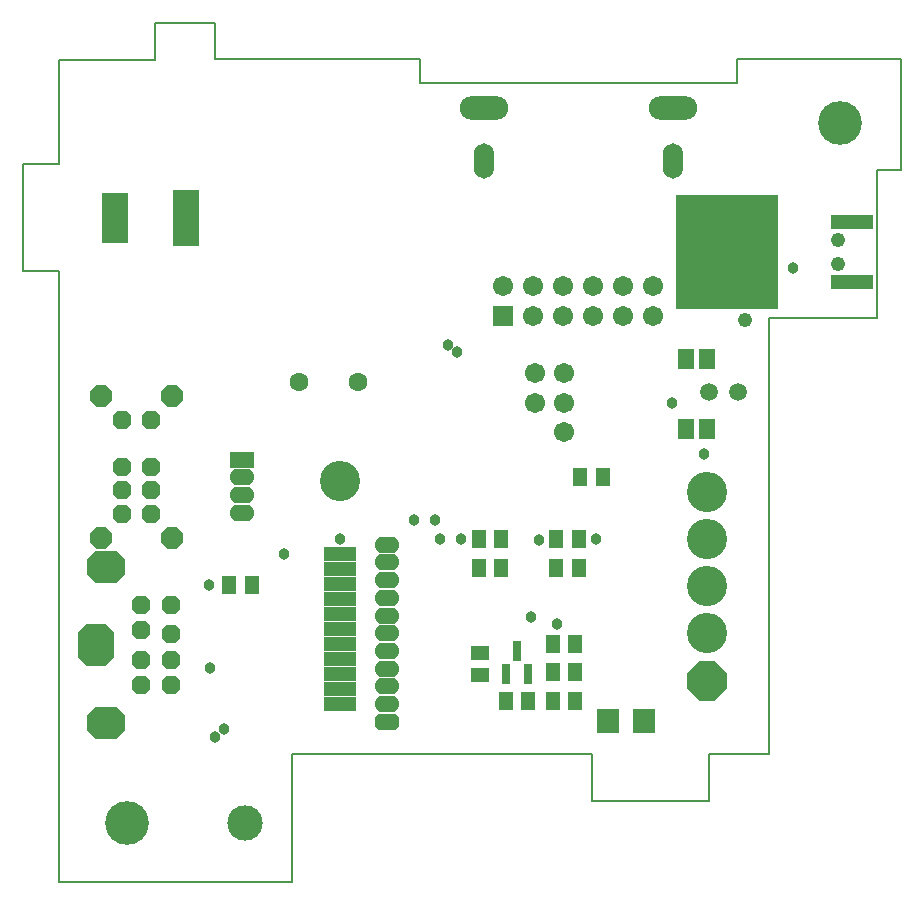
<source format=gbs>
G04*
G04 #@! TF.GenerationSoftware,Altium Limited,Altium Designer,20.2.4 (192)*
G04*
G04 Layer_Color=16711935*
%FSLAX25Y25*%
%MOIN*%
G70*
G04*
G04 #@! TF.SameCoordinates,2C05E507-4EA5-4E47-A472-78439CCED8C8*
G04*
G04*
G04 #@! TF.FilePolarity,Negative*
G04*
G01*
G75*
%ADD10C,0.00787*%
%ADD22O,0.06706X0.11824*%
%ADD23O,0.16154X0.07887*%
%ADD24O,0.08280X0.05524*%
G04:AMPARAMS|DCode=25|XSize=55.24mil|YSize=82.8mil|CornerRadius=0mil|HoleSize=0mil|Usage=FLASHONLY|Rotation=90.000|XOffset=0mil|YOffset=0mil|HoleType=Round|Shape=Octagon|*
%AMOCTAGOND25*
4,1,8,-0.04140,-0.01381,-0.04140,0.01381,-0.02759,0.02762,0.02759,0.02762,0.04140,0.01381,0.04140,-0.01381,0.02759,-0.02762,-0.02759,-0.02762,-0.04140,-0.01381,0.0*
%
%ADD25OCTAGOND25*%

%ADD26C,0.06312*%
%ADD27C,0.05918*%
%ADD28C,0.13398*%
%ADD29R,0.08674X0.16548*%
%ADD30R,0.08674X0.18517*%
%ADD31P,0.14076X8X112.5*%
%ADD32R,0.08280X0.05524*%
%ADD33P,0.06832X8X112.5*%
G04:AMPARAMS|DCode=34|XSize=106.42mil|YSize=126.11mil|CornerRadius=0mil|HoleSize=0mil|Usage=FLASHONLY|Rotation=270.000|XOffset=0mil|YOffset=0mil|HoleType=Round|Shape=Octagon|*
%AMOCTAGOND34*
4,1,8,0.06306,0.02661,0.06306,-0.02661,0.03645,-0.05321,-0.03645,-0.05321,-0.06306,-0.02661,-0.06306,0.02661,-0.03645,0.05321,0.03645,0.05321,0.06306,0.02661,0.0*
%
%ADD34OCTAGOND34*%

G04:AMPARAMS|DCode=35|XSize=118.24mil|YSize=141.86mil|CornerRadius=0mil|HoleSize=0mil|Usage=FLASHONLY|Rotation=0.000|XOffset=0mil|YOffset=0mil|HoleType=Round|Shape=Octagon|*
%AMOCTAGOND35*
4,1,8,-0.02956,0.07093,0.02956,0.07093,0.05912,0.04137,0.05912,-0.04137,0.02956,-0.07093,-0.02956,-0.07093,-0.05912,-0.04137,-0.05912,0.04137,-0.02956,0.07093,0.0*
%
%ADD35OCTAGOND35*%

%ADD36P,0.07684X8X112.5*%
%ADD37C,0.06706*%
%ADD38R,0.06706X0.06706*%
%ADD39C,0.14580*%
%ADD40C,0.11824*%
%ADD41C,0.03800*%
%ADD42C,0.04800*%
%ADD75R,0.04934X0.06312*%
%ADD76R,0.03162X0.06509*%
%ADD77R,0.05328X0.06509*%
%ADD78R,0.06312X0.04934*%
%ADD79R,0.34265X0.38202*%
%ADD80R,0.14186X0.04934*%
%ADD81R,0.07493X0.07887*%
%ADD82R,0.11036X0.04540*%
D10*
X273819Y-35433D02*
Y1575D01*
X-7087Y-272756D02*
X70866D01*
Y-229842D01*
X265748Y-84646D02*
Y-35433D01*
X209842Y-229842D02*
X229724D01*
Y-84646D01*
X265748D01*
X102977Y-229842D02*
X170669D01*
X265748Y-35433D02*
X273819D01*
X209842Y-245591D02*
Y-229842D01*
X170669Y-245591D02*
X209842D01*
X170669D02*
Y-229842D01*
X44882Y1575D02*
Y13780D01*
X25000D02*
X44882D01*
X25000Y1181D02*
Y13780D01*
X70866Y-229842D02*
X102977D01*
X-7087Y-272756D02*
Y-68898D01*
Y1181D02*
X25000D01*
X-7087Y-33465D02*
Y1181D01*
X-18898Y-33465D02*
X-7087D01*
X-18898Y-68898D02*
Y-33465D01*
Y-68898D02*
X-7087D01*
X44882Y1575D02*
X113386D01*
X218898D02*
X273819D01*
X113386Y-6299D02*
Y1575D01*
Y-6299D02*
X218898D01*
Y1575D01*
D22*
X134646Y-32283D02*
D03*
X197638D02*
D03*
D23*
X134646Y-14567D02*
D03*
X197638D02*
D03*
D24*
X102362Y-160236D02*
D03*
Y-166142D02*
D03*
Y-172047D02*
D03*
Y-177953D02*
D03*
Y-183858D02*
D03*
Y-189764D02*
D03*
Y-195669D02*
D03*
Y-201575D02*
D03*
Y-207480D02*
D03*
Y-213386D02*
D03*
X53937Y-137795D02*
D03*
Y-143701D02*
D03*
Y-149606D02*
D03*
D25*
X102362Y-219291D02*
D03*
D26*
X92843Y-105905D02*
D03*
X73158D02*
D03*
D27*
X209646Y-109449D02*
D03*
X219488D02*
D03*
D28*
X86614Y-138976D02*
D03*
X209055Y-142520D02*
D03*
Y-158268D02*
D03*
Y-174016D02*
D03*
Y-189764D02*
D03*
D29*
X11811Y-51181D02*
D03*
D30*
X35433D02*
D03*
D31*
X209055Y-205512D02*
D03*
D32*
X53937Y-131890D02*
D03*
D33*
X20472Y-198819D02*
D03*
Y-188583D02*
D03*
X30315Y-198819D02*
D03*
Y-207087D02*
D03*
Y-180315D02*
D03*
Y-190157D02*
D03*
X20472Y-180315D02*
D03*
Y-207087D02*
D03*
X23819Y-142126D02*
D03*
X13976Y-150000D02*
D03*
X23819D02*
D03*
Y-134252D02*
D03*
Y-118504D02*
D03*
X13976Y-142126D02*
D03*
Y-134252D02*
D03*
Y-118504D02*
D03*
D34*
X8661Y-167717D02*
D03*
Y-219685D02*
D03*
D35*
X5512Y-193701D02*
D03*
D36*
X7087Y-157874D02*
D03*
X30709D02*
D03*
Y-110630D02*
D03*
X7087D02*
D03*
D37*
X161417Y-122835D02*
D03*
X141142Y-74016D02*
D03*
X151142Y-84016D02*
D03*
Y-74016D02*
D03*
X161142Y-84016D02*
D03*
Y-74016D02*
D03*
X171142Y-84016D02*
D03*
Y-74016D02*
D03*
X181142Y-84016D02*
D03*
Y-74016D02*
D03*
X191142Y-84016D02*
D03*
Y-74016D02*
D03*
X161417Y-112992D02*
D03*
Y-103150D02*
D03*
X151575D02*
D03*
Y-112992D02*
D03*
D38*
X141142Y-84016D02*
D03*
D39*
X253346Y-19685D02*
D03*
X15748Y-253071D02*
D03*
D40*
X55118D02*
D03*
D41*
X127165Y-158268D02*
D03*
X120079D02*
D03*
X118504Y-151969D02*
D03*
X111417D02*
D03*
X153150Y-158661D02*
D03*
X172047Y-158268D02*
D03*
X150394Y-184252D02*
D03*
X237795Y-68110D02*
D03*
X125591Y-96063D02*
D03*
X122835Y-93701D02*
D03*
X42913Y-173622D02*
D03*
X43307Y-201181D02*
D03*
X48031Y-221654D02*
D03*
X44882Y-224410D02*
D03*
X86614Y-158268D02*
D03*
X68110Y-163386D02*
D03*
X197244Y-112992D02*
D03*
X207874Y-129921D02*
D03*
X159055Y-186614D02*
D03*
D42*
X252756Y-58661D02*
D03*
Y-66535D02*
D03*
X221654Y-85433D02*
D03*
D75*
X174213Y-137795D02*
D03*
X166732D02*
D03*
X149409Y-212205D02*
D03*
X141929D02*
D03*
X166339Y-168110D02*
D03*
X158858D02*
D03*
X132874Y-168110D02*
D03*
X140354D02*
D03*
X57284Y-173622D02*
D03*
X49803D02*
D03*
X132874Y-158268D02*
D03*
X140354D02*
D03*
X166339Y-158268D02*
D03*
X158858D02*
D03*
X157677Y-193307D02*
D03*
X165157D02*
D03*
X157677Y-212205D02*
D03*
X165157D02*
D03*
X157677Y-202756D02*
D03*
X165157D02*
D03*
D76*
X149409Y-203445D02*
D03*
X141929D02*
D03*
X145669Y-195768D02*
D03*
D77*
X201969Y-121653D02*
D03*
X209055D02*
D03*
X201969Y-98425D02*
D03*
X209055D02*
D03*
D78*
X133465Y-203740D02*
D03*
Y-196260D02*
D03*
D79*
X215748Y-62598D02*
D03*
D80*
X257480Y-72598D02*
D03*
Y-52598D02*
D03*
D81*
X175886Y-218898D02*
D03*
X187894D02*
D03*
D82*
X86614Y-163386D02*
D03*
Y-168386D02*
D03*
Y-173386D02*
D03*
Y-178386D02*
D03*
Y-183386D02*
D03*
Y-188386D02*
D03*
Y-193386D02*
D03*
Y-198386D02*
D03*
Y-203386D02*
D03*
Y-208386D02*
D03*
Y-213386D02*
D03*
M02*

</source>
